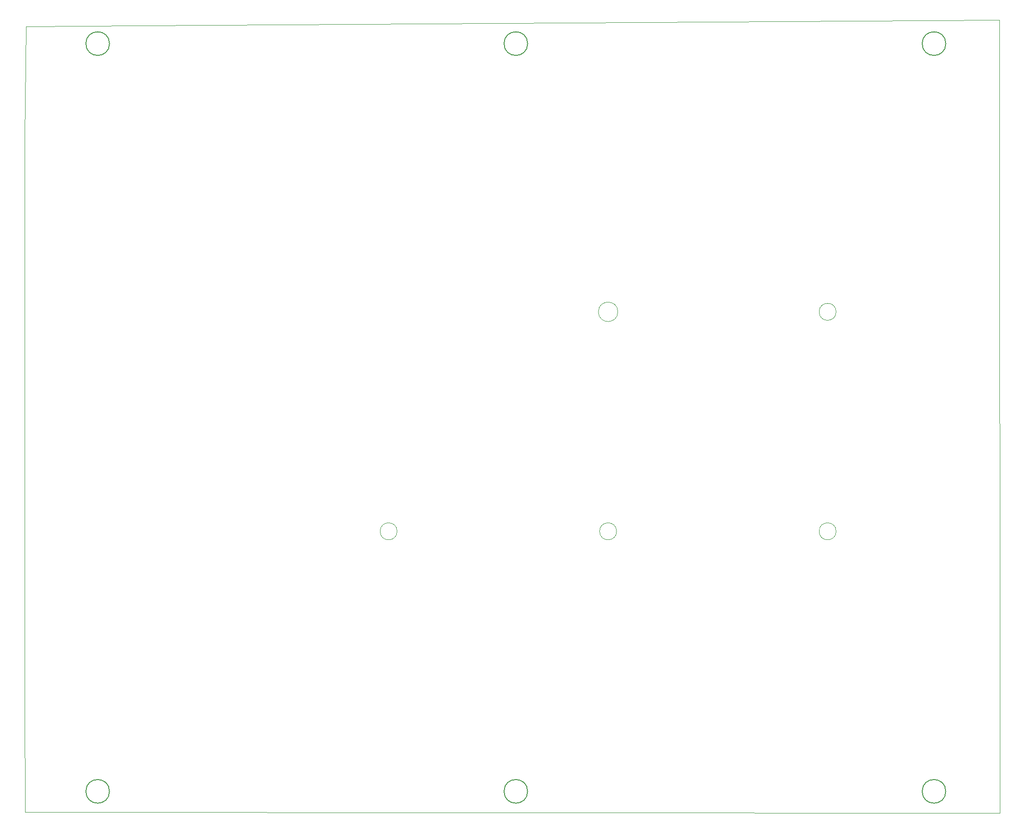
<source format=gbr>
%TF.GenerationSoftware,KiCad,Pcbnew,(5.1.10)-1*%
%TF.CreationDate,2021-11-16T16:52:48+11:00*%
%TF.ProjectId,COMM Panel PCB V2,434f4d4d-2050-4616-9e65-6c2050434220,rev?*%
%TF.SameCoordinates,Original*%
%TF.FileFunction,Profile,NP*%
%FSLAX46Y46*%
G04 Gerber Fmt 4.6, Leading zero omitted, Abs format (unit mm)*
G04 Created by KiCad (PCBNEW (5.1.10)-1) date 2021-11-16 16:52:48*
%MOMM*%
%LPD*%
G01*
G04 APERTURE LIST*
%TA.AperFunction,Profile*%
%ADD10C,0.050000*%
%TD*%
%TA.AperFunction,Profile*%
%ADD11C,0.200000*%
%TD*%
G04 APERTURE END LIST*
D10*
X171550000Y-110000000D02*
G75*
G03*
X171550000Y-110000000I-1550000J0D01*
G01*
X211550000Y-70000000D02*
G75*
G03*
X211550000Y-70000000I-1550000J0D01*
G01*
X211550000Y-110000000D02*
G75*
G03*
X211550000Y-110000000I-1550000J0D01*
G01*
X171772185Y-70000000D02*
G75*
G03*
X171772185Y-70000000I-1772185J0D01*
G01*
X131550000Y-110000000D02*
G75*
G03*
X131550000Y-110000000I-1550000J0D01*
G01*
X63906400Y-17983200D02*
X84582000Y-17830800D01*
X63652400Y-38303200D02*
X63906400Y-17983200D01*
X241300000Y-16814800D02*
X84582000Y-17830800D01*
X241300000Y-18186400D02*
X241300000Y-16814800D01*
X241350800Y-161340800D02*
X241300000Y-18186400D01*
X63754000Y-161137600D02*
X241350800Y-161340800D01*
X63652400Y-141274800D02*
X63754000Y-161137600D01*
X63652400Y-38303200D02*
X63652400Y-141274800D01*
D11*
X155334720Y-157390122D02*
G75*
G03*
X155334720Y-157390122I-2152650J0D01*
G01*
X231534720Y-21119122D02*
G75*
G03*
X231534720Y-21119122I-2152650J0D01*
G01*
X79134720Y-157390122D02*
G75*
G03*
X79134720Y-157390122I-2152650J0D01*
G01*
X79134720Y-21119122D02*
G75*
G03*
X79134720Y-21119122I-2152650J0D01*
G01*
X231534720Y-157390122D02*
G75*
G03*
X231534720Y-157390122I-2152650J0D01*
G01*
X155334719Y-21119122D02*
G75*
G03*
X155334719Y-21119122I-2152649J0D01*
G01*
M02*

</source>
